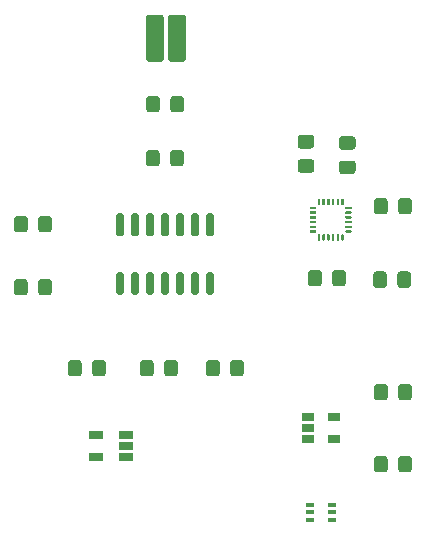
<source format=gbr>
%TF.GenerationSoftware,KiCad,Pcbnew,5.1.6*%
%TF.CreationDate,2020-10-14T19:02:39+02:00*%
%TF.ProjectId,MoCoBiBa_no_charger,4d6f436f-4269-4426-915f-6e6f5f636861,rev?*%
%TF.SameCoordinates,Original*%
%TF.FileFunction,Paste,Top*%
%TF.FilePolarity,Positive*%
%FSLAX46Y46*%
G04 Gerber Fmt 4.6, Leading zero omitted, Abs format (unit mm)*
G04 Created by KiCad (PCBNEW 5.1.6) date 2020-10-14 19:02:39*
%MOMM*%
%LPD*%
G01*
G04 APERTURE LIST*
%ADD10R,0.650000X0.400000*%
%ADD11R,1.060000X0.650000*%
%ADD12R,1.220000X0.650000*%
G04 APERTURE END LIST*
%TO.C,R12*%
G36*
G01*
X81528499Y-46932000D02*
X82428501Y-46932000D01*
G75*
G02*
X82678500Y-47181999I0J-249999D01*
G01*
X82678500Y-47832001D01*
G75*
G02*
X82428501Y-48082000I-249999J0D01*
G01*
X81528499Y-48082000D01*
G75*
G02*
X81278500Y-47832001I0J249999D01*
G01*
X81278500Y-47181999D01*
G75*
G02*
X81528499Y-46932000I249999J0D01*
G01*
G37*
G36*
G01*
X81528499Y-44882000D02*
X82428501Y-44882000D01*
G75*
G02*
X82678500Y-45131999I0J-249999D01*
G01*
X82678500Y-45782001D01*
G75*
G02*
X82428501Y-46032000I-249999J0D01*
G01*
X81528499Y-46032000D01*
G75*
G02*
X81278500Y-45782001I0J249999D01*
G01*
X81278500Y-45131999D01*
G75*
G02*
X81528499Y-44882000I249999J0D01*
G01*
G37*
%TD*%
%TO.C,R11*%
G36*
G01*
X78035999Y-46820000D02*
X78936001Y-46820000D01*
G75*
G02*
X79186000Y-47069999I0J-249999D01*
G01*
X79186000Y-47720001D01*
G75*
G02*
X78936001Y-47970000I-249999J0D01*
G01*
X78035999Y-47970000D01*
G75*
G02*
X77786000Y-47720001I0J249999D01*
G01*
X77786000Y-47069999D01*
G75*
G02*
X78035999Y-46820000I249999J0D01*
G01*
G37*
G36*
G01*
X78035999Y-44770000D02*
X78936001Y-44770000D01*
G75*
G02*
X79186000Y-45019999I0J-249999D01*
G01*
X79186000Y-45670001D01*
G75*
G02*
X78936001Y-45920000I-249999J0D01*
G01*
X78035999Y-45920000D01*
G75*
G02*
X77786000Y-45670001I0J249999D01*
G01*
X77786000Y-45019999D01*
G75*
G02*
X78035999Y-44770000I249999J0D01*
G01*
G37*
%TD*%
%TO.C,U2*%
G36*
G01*
X70208000Y-56364000D02*
X70508000Y-56364000D01*
G75*
G02*
X70658000Y-56514000I0J-150000D01*
G01*
X70658000Y-58164000D01*
G75*
G02*
X70508000Y-58314000I-150000J0D01*
G01*
X70208000Y-58314000D01*
G75*
G02*
X70058000Y-58164000I0J150000D01*
G01*
X70058000Y-56514000D01*
G75*
G02*
X70208000Y-56364000I150000J0D01*
G01*
G37*
G36*
G01*
X68938000Y-56364000D02*
X69238000Y-56364000D01*
G75*
G02*
X69388000Y-56514000I0J-150000D01*
G01*
X69388000Y-58164000D01*
G75*
G02*
X69238000Y-58314000I-150000J0D01*
G01*
X68938000Y-58314000D01*
G75*
G02*
X68788000Y-58164000I0J150000D01*
G01*
X68788000Y-56514000D01*
G75*
G02*
X68938000Y-56364000I150000J0D01*
G01*
G37*
G36*
G01*
X67668000Y-56364000D02*
X67968000Y-56364000D01*
G75*
G02*
X68118000Y-56514000I0J-150000D01*
G01*
X68118000Y-58164000D01*
G75*
G02*
X67968000Y-58314000I-150000J0D01*
G01*
X67668000Y-58314000D01*
G75*
G02*
X67518000Y-58164000I0J150000D01*
G01*
X67518000Y-56514000D01*
G75*
G02*
X67668000Y-56364000I150000J0D01*
G01*
G37*
G36*
G01*
X66398000Y-56364000D02*
X66698000Y-56364000D01*
G75*
G02*
X66848000Y-56514000I0J-150000D01*
G01*
X66848000Y-58164000D01*
G75*
G02*
X66698000Y-58314000I-150000J0D01*
G01*
X66398000Y-58314000D01*
G75*
G02*
X66248000Y-58164000I0J150000D01*
G01*
X66248000Y-56514000D01*
G75*
G02*
X66398000Y-56364000I150000J0D01*
G01*
G37*
G36*
G01*
X65128000Y-56364000D02*
X65428000Y-56364000D01*
G75*
G02*
X65578000Y-56514000I0J-150000D01*
G01*
X65578000Y-58164000D01*
G75*
G02*
X65428000Y-58314000I-150000J0D01*
G01*
X65128000Y-58314000D01*
G75*
G02*
X64978000Y-58164000I0J150000D01*
G01*
X64978000Y-56514000D01*
G75*
G02*
X65128000Y-56364000I150000J0D01*
G01*
G37*
G36*
G01*
X63858000Y-56364000D02*
X64158000Y-56364000D01*
G75*
G02*
X64308000Y-56514000I0J-150000D01*
G01*
X64308000Y-58164000D01*
G75*
G02*
X64158000Y-58314000I-150000J0D01*
G01*
X63858000Y-58314000D01*
G75*
G02*
X63708000Y-58164000I0J150000D01*
G01*
X63708000Y-56514000D01*
G75*
G02*
X63858000Y-56364000I150000J0D01*
G01*
G37*
G36*
G01*
X62588000Y-56364000D02*
X62888000Y-56364000D01*
G75*
G02*
X63038000Y-56514000I0J-150000D01*
G01*
X63038000Y-58164000D01*
G75*
G02*
X62888000Y-58314000I-150000J0D01*
G01*
X62588000Y-58314000D01*
G75*
G02*
X62438000Y-58164000I0J150000D01*
G01*
X62438000Y-56514000D01*
G75*
G02*
X62588000Y-56364000I150000J0D01*
G01*
G37*
G36*
G01*
X62588000Y-51414000D02*
X62888000Y-51414000D01*
G75*
G02*
X63038000Y-51564000I0J-150000D01*
G01*
X63038000Y-53214000D01*
G75*
G02*
X62888000Y-53364000I-150000J0D01*
G01*
X62588000Y-53364000D01*
G75*
G02*
X62438000Y-53214000I0J150000D01*
G01*
X62438000Y-51564000D01*
G75*
G02*
X62588000Y-51414000I150000J0D01*
G01*
G37*
G36*
G01*
X63858000Y-51414000D02*
X64158000Y-51414000D01*
G75*
G02*
X64308000Y-51564000I0J-150000D01*
G01*
X64308000Y-53214000D01*
G75*
G02*
X64158000Y-53364000I-150000J0D01*
G01*
X63858000Y-53364000D01*
G75*
G02*
X63708000Y-53214000I0J150000D01*
G01*
X63708000Y-51564000D01*
G75*
G02*
X63858000Y-51414000I150000J0D01*
G01*
G37*
G36*
G01*
X65128000Y-51414000D02*
X65428000Y-51414000D01*
G75*
G02*
X65578000Y-51564000I0J-150000D01*
G01*
X65578000Y-53214000D01*
G75*
G02*
X65428000Y-53364000I-150000J0D01*
G01*
X65128000Y-53364000D01*
G75*
G02*
X64978000Y-53214000I0J150000D01*
G01*
X64978000Y-51564000D01*
G75*
G02*
X65128000Y-51414000I150000J0D01*
G01*
G37*
G36*
G01*
X66398000Y-51414000D02*
X66698000Y-51414000D01*
G75*
G02*
X66848000Y-51564000I0J-150000D01*
G01*
X66848000Y-53214000D01*
G75*
G02*
X66698000Y-53364000I-150000J0D01*
G01*
X66398000Y-53364000D01*
G75*
G02*
X66248000Y-53214000I0J150000D01*
G01*
X66248000Y-51564000D01*
G75*
G02*
X66398000Y-51414000I150000J0D01*
G01*
G37*
G36*
G01*
X67668000Y-51414000D02*
X67968000Y-51414000D01*
G75*
G02*
X68118000Y-51564000I0J-150000D01*
G01*
X68118000Y-53214000D01*
G75*
G02*
X67968000Y-53364000I-150000J0D01*
G01*
X67668000Y-53364000D01*
G75*
G02*
X67518000Y-53214000I0J150000D01*
G01*
X67518000Y-51564000D01*
G75*
G02*
X67668000Y-51414000I150000J0D01*
G01*
G37*
G36*
G01*
X68938000Y-51414000D02*
X69238000Y-51414000D01*
G75*
G02*
X69388000Y-51564000I0J-150000D01*
G01*
X69388000Y-53214000D01*
G75*
G02*
X69238000Y-53364000I-150000J0D01*
G01*
X68938000Y-53364000D01*
G75*
G02*
X68788000Y-53214000I0J150000D01*
G01*
X68788000Y-51564000D01*
G75*
G02*
X68938000Y-51414000I150000J0D01*
G01*
G37*
G36*
G01*
X70208000Y-51414000D02*
X70508000Y-51414000D01*
G75*
G02*
X70658000Y-51564000I0J-150000D01*
G01*
X70658000Y-53214000D01*
G75*
G02*
X70508000Y-53364000I-150000J0D01*
G01*
X70208000Y-53364000D01*
G75*
G02*
X70058000Y-53214000I0J150000D01*
G01*
X70058000Y-51564000D01*
G75*
G02*
X70208000Y-51414000I150000J0D01*
G01*
G37*
%TD*%
%TO.C,C2*%
G36*
G01*
X84252000Y-66998001D02*
X84252000Y-66097999D01*
G75*
G02*
X84501999Y-65848000I249999J0D01*
G01*
X85152001Y-65848000D01*
G75*
G02*
X85402000Y-66097999I0J-249999D01*
G01*
X85402000Y-66998001D01*
G75*
G02*
X85152001Y-67248000I-249999J0D01*
G01*
X84501999Y-67248000D01*
G75*
G02*
X84252000Y-66998001I0J249999D01*
G01*
G37*
G36*
G01*
X86302000Y-66998001D02*
X86302000Y-66097999D01*
G75*
G02*
X86551999Y-65848000I249999J0D01*
G01*
X87202001Y-65848000D01*
G75*
G02*
X87452000Y-66097999I0J-249999D01*
G01*
X87452000Y-66998001D01*
G75*
G02*
X87202001Y-67248000I-249999J0D01*
G01*
X86551999Y-67248000D01*
G75*
G02*
X86302000Y-66998001I0J249999D01*
G01*
G37*
%TD*%
%TO.C,C4*%
G36*
G01*
X86229500Y-57473001D02*
X86229500Y-56572999D01*
G75*
G02*
X86479499Y-56323000I249999J0D01*
G01*
X87129501Y-56323000D01*
G75*
G02*
X87379500Y-56572999I0J-249999D01*
G01*
X87379500Y-57473001D01*
G75*
G02*
X87129501Y-57723000I-249999J0D01*
G01*
X86479499Y-57723000D01*
G75*
G02*
X86229500Y-57473001I0J249999D01*
G01*
G37*
G36*
G01*
X84179500Y-57473001D02*
X84179500Y-56572999D01*
G75*
G02*
X84429499Y-56323000I249999J0D01*
G01*
X85079501Y-56323000D01*
G75*
G02*
X85329500Y-56572999I0J-249999D01*
G01*
X85329500Y-57473001D01*
G75*
G02*
X85079501Y-57723000I-249999J0D01*
G01*
X84429499Y-57723000D01*
G75*
G02*
X84179500Y-57473001I0J249999D01*
G01*
G37*
%TD*%
%TO.C,C6*%
G36*
G01*
X84243000Y-51250001D02*
X84243000Y-50349999D01*
G75*
G02*
X84492999Y-50100000I249999J0D01*
G01*
X85143001Y-50100000D01*
G75*
G02*
X85393000Y-50349999I0J-249999D01*
G01*
X85393000Y-51250001D01*
G75*
G02*
X85143001Y-51500000I-249999J0D01*
G01*
X84492999Y-51500000D01*
G75*
G02*
X84243000Y-51250001I0J249999D01*
G01*
G37*
G36*
G01*
X86293000Y-51250001D02*
X86293000Y-50349999D01*
G75*
G02*
X86542999Y-50100000I249999J0D01*
G01*
X87193001Y-50100000D01*
G75*
G02*
X87443000Y-50349999I0J-249999D01*
G01*
X87443000Y-51250001D01*
G75*
G02*
X87193001Y-51500000I-249999J0D01*
G01*
X86542999Y-51500000D01*
G75*
G02*
X86293000Y-51250001I0J249999D01*
G01*
G37*
%TD*%
%TO.C,L1*%
G36*
G01*
X61535000Y-64065999D02*
X61535000Y-64966001D01*
G75*
G02*
X61285001Y-65216000I-249999J0D01*
G01*
X60634999Y-65216000D01*
G75*
G02*
X60385000Y-64966001I0J249999D01*
G01*
X60385000Y-64065999D01*
G75*
G02*
X60634999Y-63816000I249999J0D01*
G01*
X61285001Y-63816000D01*
G75*
G02*
X61535000Y-64065999I0J-249999D01*
G01*
G37*
G36*
G01*
X59485000Y-64065999D02*
X59485000Y-64966001D01*
G75*
G02*
X59235001Y-65216000I-249999J0D01*
G01*
X58584999Y-65216000D01*
G75*
G02*
X58335000Y-64966001I0J249999D01*
G01*
X58335000Y-64065999D01*
G75*
G02*
X58584999Y-63816000I249999J0D01*
G01*
X59235001Y-63816000D01*
G75*
G02*
X59485000Y-64065999I0J-249999D01*
G01*
G37*
%TD*%
D10*
%TO.C,Q1*%
X80706000Y-77358000D03*
X80706000Y-76058000D03*
X78806000Y-76708000D03*
X80706000Y-76708000D03*
X78806000Y-76058000D03*
X78806000Y-77358000D03*
%TD*%
%TO.C,R1*%
G36*
G01*
X86293000Y-73094001D02*
X86293000Y-72193999D01*
G75*
G02*
X86542999Y-71944000I249999J0D01*
G01*
X87193001Y-71944000D01*
G75*
G02*
X87443000Y-72193999I0J-249999D01*
G01*
X87443000Y-73094001D01*
G75*
G02*
X87193001Y-73344000I-249999J0D01*
G01*
X86542999Y-73344000D01*
G75*
G02*
X86293000Y-73094001I0J249999D01*
G01*
G37*
G36*
G01*
X84243000Y-73094001D02*
X84243000Y-72193999D01*
G75*
G02*
X84492999Y-71944000I249999J0D01*
G01*
X85143001Y-71944000D01*
G75*
G02*
X85393000Y-72193999I0J-249999D01*
G01*
X85393000Y-73094001D01*
G75*
G02*
X85143001Y-73344000I-249999J0D01*
G01*
X84492999Y-73344000D01*
G75*
G02*
X84243000Y-73094001I0J249999D01*
G01*
G37*
%TD*%
%TO.C,R4*%
G36*
G01*
X54913000Y-57207999D02*
X54913000Y-58108001D01*
G75*
G02*
X54663001Y-58358000I-249999J0D01*
G01*
X54012999Y-58358000D01*
G75*
G02*
X53763000Y-58108001I0J249999D01*
G01*
X53763000Y-57207999D01*
G75*
G02*
X54012999Y-56958000I249999J0D01*
G01*
X54663001Y-56958000D01*
G75*
G02*
X54913000Y-57207999I0J-249999D01*
G01*
G37*
G36*
G01*
X56963000Y-57207999D02*
X56963000Y-58108001D01*
G75*
G02*
X56713001Y-58358000I-249999J0D01*
G01*
X56062999Y-58358000D01*
G75*
G02*
X55813000Y-58108001I0J249999D01*
G01*
X55813000Y-57207999D01*
G75*
G02*
X56062999Y-56958000I249999J0D01*
G01*
X56713001Y-56958000D01*
G75*
G02*
X56963000Y-57207999I0J-249999D01*
G01*
G37*
%TD*%
%TO.C,R5*%
G36*
G01*
X56972000Y-51873999D02*
X56972000Y-52774001D01*
G75*
G02*
X56722001Y-53024000I-249999J0D01*
G01*
X56071999Y-53024000D01*
G75*
G02*
X55822000Y-52774001I0J249999D01*
G01*
X55822000Y-51873999D01*
G75*
G02*
X56071999Y-51624000I249999J0D01*
G01*
X56722001Y-51624000D01*
G75*
G02*
X56972000Y-51873999I0J-249999D01*
G01*
G37*
G36*
G01*
X54922000Y-51873999D02*
X54922000Y-52774001D01*
G75*
G02*
X54672001Y-53024000I-249999J0D01*
G01*
X54021999Y-53024000D01*
G75*
G02*
X53772000Y-52774001I0J249999D01*
G01*
X53772000Y-51873999D01*
G75*
G02*
X54021999Y-51624000I249999J0D01*
G01*
X54672001Y-51624000D01*
G75*
G02*
X54922000Y-51873999I0J-249999D01*
G01*
G37*
%TD*%
%TO.C,R6*%
G36*
G01*
X73228000Y-64065999D02*
X73228000Y-64966001D01*
G75*
G02*
X72978001Y-65216000I-249999J0D01*
G01*
X72327999Y-65216000D01*
G75*
G02*
X72078000Y-64966001I0J249999D01*
G01*
X72078000Y-64065999D01*
G75*
G02*
X72327999Y-63816000I249999J0D01*
G01*
X72978001Y-63816000D01*
G75*
G02*
X73228000Y-64065999I0J-249999D01*
G01*
G37*
G36*
G01*
X71178000Y-64065999D02*
X71178000Y-64966001D01*
G75*
G02*
X70928001Y-65216000I-249999J0D01*
G01*
X70277999Y-65216000D01*
G75*
G02*
X70028000Y-64966001I0J249999D01*
G01*
X70028000Y-64065999D01*
G75*
G02*
X70277999Y-63816000I249999J0D01*
G01*
X70928001Y-63816000D01*
G75*
G02*
X71178000Y-64065999I0J-249999D01*
G01*
G37*
%TD*%
%TO.C,R7*%
G36*
G01*
X64939000Y-47186001D02*
X64939000Y-46285999D01*
G75*
G02*
X65188999Y-46036000I249999J0D01*
G01*
X65839001Y-46036000D01*
G75*
G02*
X66089000Y-46285999I0J-249999D01*
G01*
X66089000Y-47186001D01*
G75*
G02*
X65839001Y-47436000I-249999J0D01*
G01*
X65188999Y-47436000D01*
G75*
G02*
X64939000Y-47186001I0J249999D01*
G01*
G37*
G36*
G01*
X66989000Y-47186001D02*
X66989000Y-46285999D01*
G75*
G02*
X67238999Y-46036000I249999J0D01*
G01*
X67889001Y-46036000D01*
G75*
G02*
X68139000Y-46285999I0J-249999D01*
G01*
X68139000Y-47186001D01*
G75*
G02*
X67889001Y-47436000I-249999J0D01*
G01*
X67238999Y-47436000D01*
G75*
G02*
X66989000Y-47186001I0J249999D01*
G01*
G37*
%TD*%
%TO.C,R8*%
G36*
G01*
X67007000Y-42614001D02*
X67007000Y-41713999D01*
G75*
G02*
X67256999Y-41464000I249999J0D01*
G01*
X67907001Y-41464000D01*
G75*
G02*
X68157000Y-41713999I0J-249999D01*
G01*
X68157000Y-42614001D01*
G75*
G02*
X67907001Y-42864000I-249999J0D01*
G01*
X67256999Y-42864000D01*
G75*
G02*
X67007000Y-42614001I0J249999D01*
G01*
G37*
G36*
G01*
X64957000Y-42614001D02*
X64957000Y-41713999D01*
G75*
G02*
X65206999Y-41464000I249999J0D01*
G01*
X65857001Y-41464000D01*
G75*
G02*
X66107000Y-41713999I0J-249999D01*
G01*
X66107000Y-42614001D01*
G75*
G02*
X65857001Y-42864000I-249999J0D01*
G01*
X65206999Y-42864000D01*
G75*
G02*
X64957000Y-42614001I0J249999D01*
G01*
G37*
%TD*%
%TO.C,R9*%
G36*
G01*
X64926500Y-38326001D02*
X64926500Y-34825999D01*
G75*
G02*
X65176499Y-34576000I249999J0D01*
G01*
X66201501Y-34576000D01*
G75*
G02*
X66451500Y-34825999I0J-249999D01*
G01*
X66451500Y-38326001D01*
G75*
G02*
X66201501Y-38576000I-249999J0D01*
G01*
X65176499Y-38576000D01*
G75*
G02*
X64926500Y-38326001I0J249999D01*
G01*
G37*
G36*
G01*
X66801500Y-38326001D02*
X66801500Y-34825999D01*
G75*
G02*
X67051499Y-34576000I249999J0D01*
G01*
X68076501Y-34576000D01*
G75*
G02*
X68326500Y-34825999I0J-249999D01*
G01*
X68326500Y-38326001D01*
G75*
G02*
X68076501Y-38576000I-249999J0D01*
G01*
X67051499Y-38576000D01*
G75*
G02*
X66801500Y-38326001I0J249999D01*
G01*
G37*
%TD*%
%TO.C,R10*%
G36*
G01*
X66481000Y-64966001D02*
X66481000Y-64065999D01*
G75*
G02*
X66730999Y-63816000I249999J0D01*
G01*
X67381001Y-63816000D01*
G75*
G02*
X67631000Y-64065999I0J-249999D01*
G01*
X67631000Y-64966001D01*
G75*
G02*
X67381001Y-65216000I-249999J0D01*
G01*
X66730999Y-65216000D01*
G75*
G02*
X66481000Y-64966001I0J249999D01*
G01*
G37*
G36*
G01*
X64431000Y-64966001D02*
X64431000Y-64065999D01*
G75*
G02*
X64680999Y-63816000I249999J0D01*
G01*
X65331001Y-63816000D01*
G75*
G02*
X65581000Y-64065999I0J-249999D01*
G01*
X65581000Y-64966001D01*
G75*
G02*
X65331001Y-65216000I-249999J0D01*
G01*
X64680999Y-65216000D01*
G75*
G02*
X64431000Y-64966001I0J249999D01*
G01*
G37*
%TD*%
%TO.C,R13*%
G36*
G01*
X78664000Y-57346001D02*
X78664000Y-56445999D01*
G75*
G02*
X78913999Y-56196000I249999J0D01*
G01*
X79564001Y-56196000D01*
G75*
G02*
X79814000Y-56445999I0J-249999D01*
G01*
X79814000Y-57346001D01*
G75*
G02*
X79564001Y-57596000I-249999J0D01*
G01*
X78913999Y-57596000D01*
G75*
G02*
X78664000Y-57346001I0J249999D01*
G01*
G37*
G36*
G01*
X80714000Y-57346001D02*
X80714000Y-56445999D01*
G75*
G02*
X80963999Y-56196000I249999J0D01*
G01*
X81614001Y-56196000D01*
G75*
G02*
X81864000Y-56445999I0J-249999D01*
G01*
X81864000Y-57346001D01*
G75*
G02*
X81614001Y-57596000I-249999J0D01*
G01*
X80963999Y-57596000D01*
G75*
G02*
X80714000Y-57346001I0J249999D01*
G01*
G37*
%TD*%
D11*
%TO.C,U3*%
X78656000Y-68646000D03*
X78656000Y-69596000D03*
X78656000Y-70546000D03*
X80856000Y-70546000D03*
X80856000Y-68646000D03*
%TD*%
D12*
%TO.C,U4*%
X63286000Y-72070000D03*
X63286000Y-71120000D03*
X63286000Y-70170000D03*
X60666000Y-70170000D03*
X60666000Y-72070000D03*
%TD*%
%TO.C,U5*%
G36*
G01*
X78806500Y-50993000D02*
X78806500Y-50893000D01*
G75*
G02*
X78856500Y-50843000I50000J0D01*
G01*
X79306500Y-50843000D01*
G75*
G02*
X79356500Y-50893000I0J-50000D01*
G01*
X79356500Y-50993000D01*
G75*
G02*
X79306500Y-51043000I-50000J0D01*
G01*
X78856500Y-51043000D01*
G75*
G02*
X78806500Y-50993000I0J50000D01*
G01*
G37*
G36*
G01*
X78806500Y-51393000D02*
X78806500Y-51293000D01*
G75*
G02*
X78856500Y-51243000I50000J0D01*
G01*
X79306500Y-51243000D01*
G75*
G02*
X79356500Y-51293000I0J-50000D01*
G01*
X79356500Y-51393000D01*
G75*
G02*
X79306500Y-51443000I-50000J0D01*
G01*
X78856500Y-51443000D01*
G75*
G02*
X78806500Y-51393000I0J50000D01*
G01*
G37*
G36*
G01*
X78806500Y-51793000D02*
X78806500Y-51693000D01*
G75*
G02*
X78856500Y-51643000I50000J0D01*
G01*
X79306500Y-51643000D01*
G75*
G02*
X79356500Y-51693000I0J-50000D01*
G01*
X79356500Y-51793000D01*
G75*
G02*
X79306500Y-51843000I-50000J0D01*
G01*
X78856500Y-51843000D01*
G75*
G02*
X78806500Y-51793000I0J50000D01*
G01*
G37*
G36*
G01*
X78806500Y-52193000D02*
X78806500Y-52093000D01*
G75*
G02*
X78856500Y-52043000I50000J0D01*
G01*
X79306500Y-52043000D01*
G75*
G02*
X79356500Y-52093000I0J-50000D01*
G01*
X79356500Y-52193000D01*
G75*
G02*
X79306500Y-52243000I-50000J0D01*
G01*
X78856500Y-52243000D01*
G75*
G02*
X78806500Y-52193000I0J50000D01*
G01*
G37*
G36*
G01*
X78806500Y-52593000D02*
X78806500Y-52493000D01*
G75*
G02*
X78856500Y-52443000I50000J0D01*
G01*
X79306500Y-52443000D01*
G75*
G02*
X79356500Y-52493000I0J-50000D01*
G01*
X79356500Y-52593000D01*
G75*
G02*
X79306500Y-52643000I-50000J0D01*
G01*
X78856500Y-52643000D01*
G75*
G02*
X78806500Y-52593000I0J50000D01*
G01*
G37*
G36*
G01*
X78806500Y-52993000D02*
X78806500Y-52893000D01*
G75*
G02*
X78856500Y-52843000I50000J0D01*
G01*
X79306500Y-52843000D01*
G75*
G02*
X79356500Y-52893000I0J-50000D01*
G01*
X79356500Y-52993000D01*
G75*
G02*
X79306500Y-53043000I-50000J0D01*
G01*
X78856500Y-53043000D01*
G75*
G02*
X78806500Y-52993000I0J50000D01*
G01*
G37*
G36*
G01*
X79631500Y-53718000D02*
X79531500Y-53718000D01*
G75*
G02*
X79481500Y-53668000I0J50000D01*
G01*
X79481500Y-53218000D01*
G75*
G02*
X79531500Y-53168000I50000J0D01*
G01*
X79631500Y-53168000D01*
G75*
G02*
X79681500Y-53218000I0J-50000D01*
G01*
X79681500Y-53668000D01*
G75*
G02*
X79631500Y-53718000I-50000J0D01*
G01*
G37*
G36*
G01*
X80031500Y-53718000D02*
X79931500Y-53718000D01*
G75*
G02*
X79881500Y-53668000I0J50000D01*
G01*
X79881500Y-53218000D01*
G75*
G02*
X79931500Y-53168000I50000J0D01*
G01*
X80031500Y-53168000D01*
G75*
G02*
X80081500Y-53218000I0J-50000D01*
G01*
X80081500Y-53668000D01*
G75*
G02*
X80031500Y-53718000I-50000J0D01*
G01*
G37*
G36*
G01*
X80431500Y-53718000D02*
X80331500Y-53718000D01*
G75*
G02*
X80281500Y-53668000I0J50000D01*
G01*
X80281500Y-53218000D01*
G75*
G02*
X80331500Y-53168000I50000J0D01*
G01*
X80431500Y-53168000D01*
G75*
G02*
X80481500Y-53218000I0J-50000D01*
G01*
X80481500Y-53668000D01*
G75*
G02*
X80431500Y-53718000I-50000J0D01*
G01*
G37*
G36*
G01*
X80831500Y-53718000D02*
X80731500Y-53718000D01*
G75*
G02*
X80681500Y-53668000I0J50000D01*
G01*
X80681500Y-53218000D01*
G75*
G02*
X80731500Y-53168000I50000J0D01*
G01*
X80831500Y-53168000D01*
G75*
G02*
X80881500Y-53218000I0J-50000D01*
G01*
X80881500Y-53668000D01*
G75*
G02*
X80831500Y-53718000I-50000J0D01*
G01*
G37*
G36*
G01*
X81231500Y-53718000D02*
X81131500Y-53718000D01*
G75*
G02*
X81081500Y-53668000I0J50000D01*
G01*
X81081500Y-53218000D01*
G75*
G02*
X81131500Y-53168000I50000J0D01*
G01*
X81231500Y-53168000D01*
G75*
G02*
X81281500Y-53218000I0J-50000D01*
G01*
X81281500Y-53668000D01*
G75*
G02*
X81231500Y-53718000I-50000J0D01*
G01*
G37*
G36*
G01*
X81631500Y-53718000D02*
X81531500Y-53718000D01*
G75*
G02*
X81481500Y-53668000I0J50000D01*
G01*
X81481500Y-53218000D01*
G75*
G02*
X81531500Y-53168000I50000J0D01*
G01*
X81631500Y-53168000D01*
G75*
G02*
X81681500Y-53218000I0J-50000D01*
G01*
X81681500Y-53668000D01*
G75*
G02*
X81631500Y-53718000I-50000J0D01*
G01*
G37*
G36*
G01*
X81806500Y-52993000D02*
X81806500Y-52893000D01*
G75*
G02*
X81856500Y-52843000I50000J0D01*
G01*
X82306500Y-52843000D01*
G75*
G02*
X82356500Y-52893000I0J-50000D01*
G01*
X82356500Y-52993000D01*
G75*
G02*
X82306500Y-53043000I-50000J0D01*
G01*
X81856500Y-53043000D01*
G75*
G02*
X81806500Y-52993000I0J50000D01*
G01*
G37*
G36*
G01*
X81806500Y-52593000D02*
X81806500Y-52493000D01*
G75*
G02*
X81856500Y-52443000I50000J0D01*
G01*
X82306500Y-52443000D01*
G75*
G02*
X82356500Y-52493000I0J-50000D01*
G01*
X82356500Y-52593000D01*
G75*
G02*
X82306500Y-52643000I-50000J0D01*
G01*
X81856500Y-52643000D01*
G75*
G02*
X81806500Y-52593000I0J50000D01*
G01*
G37*
G36*
G01*
X81806500Y-52193000D02*
X81806500Y-52093000D01*
G75*
G02*
X81856500Y-52043000I50000J0D01*
G01*
X82306500Y-52043000D01*
G75*
G02*
X82356500Y-52093000I0J-50000D01*
G01*
X82356500Y-52193000D01*
G75*
G02*
X82306500Y-52243000I-50000J0D01*
G01*
X81856500Y-52243000D01*
G75*
G02*
X81806500Y-52193000I0J50000D01*
G01*
G37*
G36*
G01*
X81806500Y-51793000D02*
X81806500Y-51693000D01*
G75*
G02*
X81856500Y-51643000I50000J0D01*
G01*
X82306500Y-51643000D01*
G75*
G02*
X82356500Y-51693000I0J-50000D01*
G01*
X82356500Y-51793000D01*
G75*
G02*
X82306500Y-51843000I-50000J0D01*
G01*
X81856500Y-51843000D01*
G75*
G02*
X81806500Y-51793000I0J50000D01*
G01*
G37*
G36*
G01*
X81806500Y-51393000D02*
X81806500Y-51293000D01*
G75*
G02*
X81856500Y-51243000I50000J0D01*
G01*
X82306500Y-51243000D01*
G75*
G02*
X82356500Y-51293000I0J-50000D01*
G01*
X82356500Y-51393000D01*
G75*
G02*
X82306500Y-51443000I-50000J0D01*
G01*
X81856500Y-51443000D01*
G75*
G02*
X81806500Y-51393000I0J50000D01*
G01*
G37*
G36*
G01*
X81806500Y-50993000D02*
X81806500Y-50893000D01*
G75*
G02*
X81856500Y-50843000I50000J0D01*
G01*
X82306500Y-50843000D01*
G75*
G02*
X82356500Y-50893000I0J-50000D01*
G01*
X82356500Y-50993000D01*
G75*
G02*
X82306500Y-51043000I-50000J0D01*
G01*
X81856500Y-51043000D01*
G75*
G02*
X81806500Y-50993000I0J50000D01*
G01*
G37*
G36*
G01*
X81631500Y-50718000D02*
X81531500Y-50718000D01*
G75*
G02*
X81481500Y-50668000I0J50000D01*
G01*
X81481500Y-50218000D01*
G75*
G02*
X81531500Y-50168000I50000J0D01*
G01*
X81631500Y-50168000D01*
G75*
G02*
X81681500Y-50218000I0J-50000D01*
G01*
X81681500Y-50668000D01*
G75*
G02*
X81631500Y-50718000I-50000J0D01*
G01*
G37*
G36*
G01*
X81231500Y-50718000D02*
X81131500Y-50718000D01*
G75*
G02*
X81081500Y-50668000I0J50000D01*
G01*
X81081500Y-50218000D01*
G75*
G02*
X81131500Y-50168000I50000J0D01*
G01*
X81231500Y-50168000D01*
G75*
G02*
X81281500Y-50218000I0J-50000D01*
G01*
X81281500Y-50668000D01*
G75*
G02*
X81231500Y-50718000I-50000J0D01*
G01*
G37*
G36*
G01*
X80831500Y-50718000D02*
X80731500Y-50718000D01*
G75*
G02*
X80681500Y-50668000I0J50000D01*
G01*
X80681500Y-50218000D01*
G75*
G02*
X80731500Y-50168000I50000J0D01*
G01*
X80831500Y-50168000D01*
G75*
G02*
X80881500Y-50218000I0J-50000D01*
G01*
X80881500Y-50668000D01*
G75*
G02*
X80831500Y-50718000I-50000J0D01*
G01*
G37*
G36*
G01*
X80431500Y-50718000D02*
X80331500Y-50718000D01*
G75*
G02*
X80281500Y-50668000I0J50000D01*
G01*
X80281500Y-50218000D01*
G75*
G02*
X80331500Y-50168000I50000J0D01*
G01*
X80431500Y-50168000D01*
G75*
G02*
X80481500Y-50218000I0J-50000D01*
G01*
X80481500Y-50668000D01*
G75*
G02*
X80431500Y-50718000I-50000J0D01*
G01*
G37*
G36*
G01*
X80031500Y-50718000D02*
X79931500Y-50718000D01*
G75*
G02*
X79881500Y-50668000I0J50000D01*
G01*
X79881500Y-50218000D01*
G75*
G02*
X79931500Y-50168000I50000J0D01*
G01*
X80031500Y-50168000D01*
G75*
G02*
X80081500Y-50218000I0J-50000D01*
G01*
X80081500Y-50668000D01*
G75*
G02*
X80031500Y-50718000I-50000J0D01*
G01*
G37*
G36*
G01*
X79631500Y-50718000D02*
X79531500Y-50718000D01*
G75*
G02*
X79481500Y-50668000I0J50000D01*
G01*
X79481500Y-50218000D01*
G75*
G02*
X79531500Y-50168000I50000J0D01*
G01*
X79631500Y-50168000D01*
G75*
G02*
X79681500Y-50218000I0J-50000D01*
G01*
X79681500Y-50668000D01*
G75*
G02*
X79631500Y-50718000I-50000J0D01*
G01*
G37*
%TD*%
M02*

</source>
